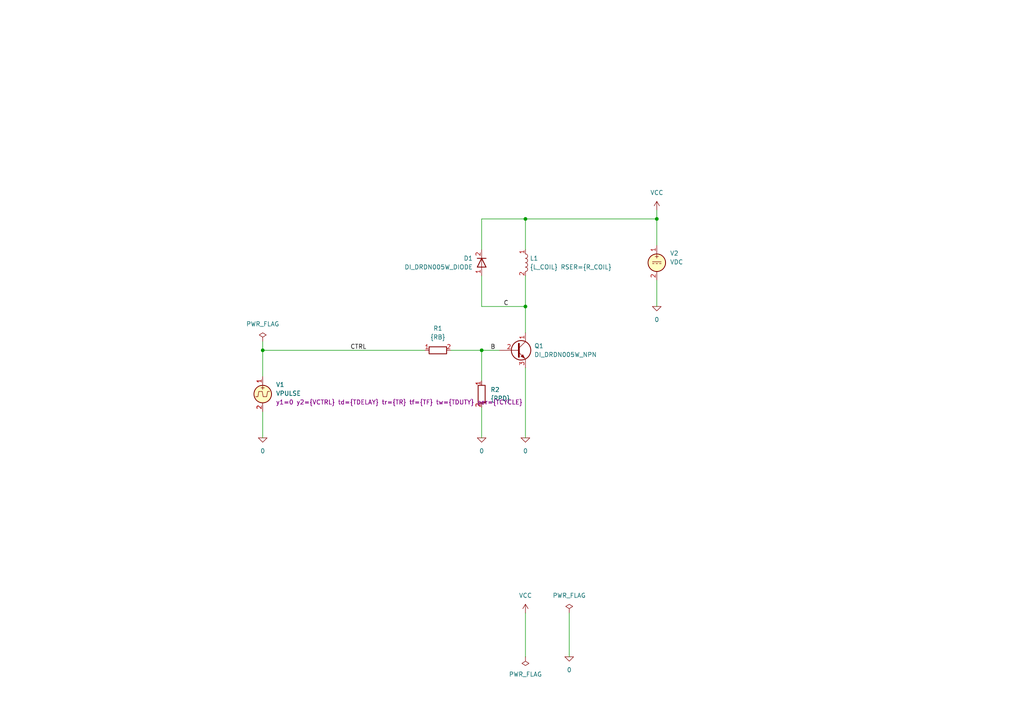
<source format=kicad_sch>
(kicad_sch (version 20211123) (generator eeschema)
  (paper "A4")
  (title_block (title "Complex array for relay drivers. NPN.") (date "2023-06-18") (rev "1") (company "astroelectronic@") (comment 1 "-") (comment 2 "-") (comment 3 "-") (comment 4 "AE01018005"))
  (lib_symbols
    (symbol "Device:L" (pin_names (offset 1.016) hide)
      (property "Reference" "L" (at -1.27 0 90))
      (property "Value" "L" (at 1.905 0 90))
      (symbol "L_0_1"
        (arc (start 0 -2.54) (mid 0.635 -1.905) (end 0 -1.27))
        (arc (start 0 -1.27) (mid 0.635 -0.635) (end 0 0))
        (arc (start 0 0) (mid 0.635 0.635) (end 0 1.27))
        (arc (start 0 1.27) (mid 0.635 1.905) (end 0 2.54))
      )
      (symbol "L_1_1"
        (pin passive line (at 0 3.81 270) (length 1.27) (name "1") (number "1"))
        (pin passive line (at 0 -3.81 90) (length 1.27) (name "2") (number "2"))
      )
    )
    (symbol "Device:Q_NPN_CBE" (pin_names (offset 0) hide)
      (property "Reference" "Q" (at 5.08 1.27 0))
      (property "Value" "Q_NPN_CBE" (at 5.08 -1.27 0))
      (symbol "Q_NPN_CBE_0_1"
        (polyline (pts (xy 0.635 0.635) (xy 2.54 2.54)))
        (polyline (pts (xy 0.635 -0.635) (xy 2.54 -2.54) (xy 2.54 -2.54)))
        (polyline (pts (xy 0.635 1.905) (xy 0.635 -1.905) (xy 0.635 -1.905)) (stroke (width 0.508)))
        (polyline (pts (xy 1.27 -1.778) (xy 1.778 -1.27) (xy 2.286 -2.286) (xy 1.27 -1.778) (xy 1.27 -1.778)) (fill (type outline)))
        (circle (center 1.27 0) (radius 2.8194) (stroke (width 0.254)))
      )
      (symbol "Q_NPN_CBE_1_1"
        (pin passive line (at 2.54 5.08 270) (length 2.54) (name "C") (number "1"))
        (pin input line (at -5.08 0 0) (length 5.715) (name "B") (number "2"))
        (pin passive line (at 2.54 -5.08 90) (length 2.54) (name "E") (number "3"))
      )
    )
    (symbol "Device:R" (pin_names (offset 0) hide)
      (property "Reference" "R" (at 2.032 0 90))
      (property "Value" "R" (at 0 0 90))
      (symbol "R_0_1"
        (rectangle (start -1.016 -2.54) (end 1.016 2.54) (stroke (width 0.254)))
      )
      (symbol "R_1_1"
        (pin passive line (at 0 3.81 270) (length 1.27) (name "~") (number "1"))
        (pin passive line (at 0 -3.81 90) (length 1.27) (name "~") (number "2"))
      )
    )
    (symbol "R_1" (pin_names (offset 0) hide)
      (property "Reference" "R" (at 2.032 0 90))
      (property "Value" "R_1" (at 0 0 90))
      (symbol "R_1_0_1"
        (rectangle (start -1.016 -2.54) (end 1.016 2.54) (stroke (width 0.254)))
      )
      (symbol "R_1_1_1"
        (pin passive line (at 0 3.81 270) (length 1.27) (name "~") (number "1"))
        (pin passive line (at 0 -3.81 90) (length 1.27) (name "~") (number "2"))
      )
    )
    (symbol "Simulation_SPICE:DIODE" (pin_names (offset 1.016) hide)
      (property "Reference" "D" (at 0 2.54 0))
      (property "Value" "DIODE" (at 0 -2.54 0))
      (symbol "DIODE_0_1"
        (polyline (pts (xy 1.27 0) (xy -1.27 0)))
        (polyline (pts (xy 1.27 1.27) (xy 1.27 -1.27)) (stroke (width 0.254)))
        (polyline (pts (xy -1.27 -1.27) (xy -1.27 1.27) (xy 1.27 0) (xy -1.27 -1.27)) (stroke (width 0.254)))
      )
      (symbol "DIODE_1_1"
        (pin passive line (at -3.81 0 0) (length 2.54) (name "A") (number "1"))
        (pin passive line (at 3.81 0 180) (length 2.54) (name "K") (number "2"))
      )
    )
    (symbol "Simulation_SPICE:VDC" (pin_names (offset 0.0254) hide)
      (property "Reference" "V" (at 2.54 2.54 0))
      (property "Value" "VDC" (at 2.54 0 0))
      (property "Spice_Model" "dc(1)" (at 2.54 -2.54 0))
      (symbol "VDC_0_0"
        (polyline (pts (xy -1.27 0.254) (xy 1.27 0.254)))
        (polyline (pts (xy -0.762 -0.254) (xy -1.27 -0.254)))
        (polyline (pts (xy 0.254 -0.254) (xy -0.254 -0.254)))
        (polyline (pts (xy 1.27 -0.254) (xy 0.762 -0.254)))
        (text "+" (at 0 1.905 0) (effects (font (size 1.27 1.27))))
      )
      (symbol "VDC_0_1"
        (circle (center 0 0) (radius 2.54) (stroke (width 0.254)) (fill (type background)))
      )
      (symbol "VDC_1_1"
        (pin passive line (at 0 5.08 270) (length 2.54) (name "~") (number "1"))
        (pin passive line (at 0 -5.08 90) (length 2.54) (name "~") (number "2"))
      )
    )
    (symbol "Simulation_SPICE:VPULSE" (pin_names (offset 0.0254) hide)
      (property "Reference" "V" (at 2.54 2.54 0))
      (property "Value" "VPULSE" (at 2.54 0 0))
      (property "Spice_Model" "pulse(0 1 2n 2n 2n 50n 100n)" (at 2.54 -2.54 0))
      (symbol "VPULSE_0_0"
        (polyline (pts (xy -2.032 -0.762) (xy -1.397 -0.762) (xy -1.143 0.762) (xy -0.127 0.762) (xy 0.127 -0.762) (xy 1.143 -0.762) (xy 1.397 0.762) (xy 2.032 0.762)))
        (text "+" (at 0 1.905 0) (effects (font (size 1.27 1.27))))
      )
      (symbol "VPULSE_0_1"
        (circle (center 0 0) (radius 2.54) (stroke (width 0.254)) (fill (type background)))
      )
      (symbol "VPULSE_1_1"
        (pin passive line (at 0 5.08 270) (length 2.54) (name "~") (number "1"))
        (pin passive line (at 0 -5.08 90) (length 2.54) (name "~") (number "2"))
      )
    )
    (symbol "power:PWR_FLAG" (power) (pin_numbers hide) (pin_names (offset 0) hide)
      (property "Value" "PWR_FLAG" (at 0 3.81 0))
      (symbol "PWR_FLAG_0_0"
        (pin power_out line (at 0 0 90) (length 0) (name "pwr") (number "1"))
      )
      (symbol "PWR_FLAG_0_1"
        (polyline (pts (xy 0 0) (xy 0 1.27) (xy -1.016 1.905) (xy 0 2.54) (xy 1.016 1.905) (xy 0 1.27)))
      )
    )
    (symbol "power:VCC" (power) (pin_names (offset 0))
      (property "Value" "VCC" (at 0 3.81 0))
      (symbol "VCC_0_1"
        (polyline (pts (xy -0.762 1.27) (xy 0 2.54)))
        (polyline (pts (xy 0 0) (xy 0 2.54)))
        (polyline (pts (xy 0 2.54) (xy 0.762 1.27)))
      )
      (symbol "VCC_1_1"
        (pin power_in line (at 0 0 90) (length 0) hide (name "VCC") (number "1"))
      )
    )
    (symbol "pspice:0" (power) (pin_names (offset 0))
      (property "Value" "0" (at 0 -1.778 0))
      (symbol "0_0_1"
        (polyline (pts (xy -1.27 0) (xy 0 -1.27) (xy 1.27 0) (xy -1.27 0)))
      )
      (symbol "0_1_1"
        (pin power_in line (at 0 0 0) (length 0) hide (name "0") (number "1"))
      )
    )
  )
  (junction (at 139.7 101.6))
  (junction (at 190.5 63.5))
  (junction (at 152.4 63.5))
  (junction (at 152.4 88.9))
  (junction (at 76.2 101.6))
  (wire (pts (xy 152.4 63.5) (xy 190.5 63.5)))
  (wire (pts (xy 139.7 88.9) (xy 152.4 88.9)))
  (wire (pts (xy 76.2 101.6) (xy 123.19 101.6)))
  (wire (pts (xy 152.4 63.5) (xy 152.4 72.39)))
  (wire (pts (xy 190.5 60.96) (xy 190.5 63.5)))
  (wire (pts (xy 139.7 118.11) (xy 139.7 127)))
  (wire (pts (xy 190.5 81.28) (xy 190.5 88.9)))
  (wire (pts (xy 139.7 72.39) (xy 139.7 63.5)))
  (wire (pts (xy 139.7 101.6) (xy 139.7 110.49)))
  (wire (pts (xy 139.7 63.5) (xy 152.4 63.5)))
  (wire (pts (xy 76.2 119.38) (xy 76.2 127)))
  (wire (pts (xy 165.1 177.8) (xy 165.1 190.5)))
  (wire (pts (xy 139.7 101.6) (xy 144.78 101.6)))
  (wire (pts (xy 76.2 109.22) (xy 76.2 101.6)))
  (wire (pts (xy 152.4 88.9) (xy 152.4 96.52)))
  (wire (pts (xy 152.4 80.01) (xy 152.4 88.9)))
  (wire (pts (xy 152.4 106.68) (xy 152.4 127)))
  (wire (pts (xy 76.2 99.06) (xy 76.2 101.6)))
  (wire (pts (xy 139.7 80.01) (xy 139.7 88.9)))
  (wire (pts (xy 190.5 63.5) (xy 190.5 71.12)))
  (wire (pts (xy 130.81 101.6) (xy 139.7 101.6)))
  (wire (pts (xy 152.4 177.8) (xy 152.4 190.5)))
  (label "CTRL" (at 101.6 101.6 0))
  (label "C" (at 146.05 88.9 0))
  (label "B" (at 142.24 101.6 0))
  (symbol (lib_id "Device:R") (at 139.7 114.3 0) (unit 1)
    (property "Reference" "R2" (at 142.24 113.0299 0) (effects (justify left)))
    (property "Value" "{RPD}" (at 142.24 115.5699 0) (effects (justify left)))
  )
  (symbol (lib_id "power:VCC") (at 190.5 60.96 0) (unit 1)
    (property "Reference" "#PWR02" (effects hide))
    (property "Value" "VCC" (at 190.5 55.88 0))
  )
  (symbol (lib_id "pspice:0") (at 165.1 190.5 0) (unit 1)
    (property "Reference" "#GND05" (effects hide))
    (property "Value" "0" (at 165.1 194.31 0))
  )
  (symbol (lib_id "Device:Q_NPN_CBE") (at 149.86 101.6 0) (unit 1)
    (property "Reference" "Q1" (at 154.94 100.3299 0) (effects (justify left)))
    (property "Value" "DI_DRDN005W_NPN" (at 154.94 102.8699 0) (effects (justify left)))
    (property "Spice_Primitive" "Q" (effects hide))
    (property "Spice_Model" "DI_DRDN005W_NPN" (effects hide))
    (property "Spice_Netlist_Enabled" "Y" (effects hide))
    (property "Spice_Lib_File" "models/DRDN005W.spice.txt" (effects hide))
  )
  (symbol (lib_id "power:PWR_FLAG") (at 165.1 177.8 0) (unit 1)
    (property "Reference" "#FLG03" (effects hide))
    (property "Value" "PWR_FLAG" (at 165.1 172.72 0))
  )
  (symbol (lib_id "pspice:0") (at 190.5 88.9 0) (unit 1)
    (property "Reference" "#GND02" (effects hide))
    (property "Value" "0" (at 190.5 92.71 0))
  )
  (symbol (lib_id "pspice:0") (at 139.7 127 0) (unit 1)
    (property "Reference" "#GND03" (effects hide))
    (property "Value" "0" (at 139.7 130.81 0))
  )
  (symbol (lib_id "power:PWR_FLAG") (at 76.2 99.06 0) (unit 1)
    (property "Reference" "#FLG01" (effects hide))
    (property "Value" "PWR_FLAG" (at 76.2 93.98 0))
  )
  (symbol (lib_id "power:VCC") (at 152.4 177.8 0) (unit 1)
    (property "Reference" "#PWR03" (effects hide))
    (property "Value" "VCC" (at 152.4 172.72 0))
  )
  (symbol (lib_id "Simulation_SPICE:VPULSE") (at 76.2 114.3 0) (unit 1)
    (property "Reference" "V1" (at 80.01 111.5701 0) (effects (justify left)))
    (property "Value" "VPULSE" (at 80.01 114.1101 0) (effects (justify left)))
    (property "Spice_Netlist_Enabled" "Y" (effects hide))
    (property "Spice_Primitive" "V" (effects hide))
    (property "Spice_Model" "PULSE(0 {VCTRL} {TDELAY} {TR} {TF} {TDUTY} {TCYCLE})" (at 80.01 116.6501 0) (effects (justify left)))
  )
  (symbol (lib_id "pspice:0") (at 76.2 127 0) (unit 1)
    (property "Reference" "#GND01" (effects hide))
    (property "Value" "0" (at 76.2 130.81 0))
  )
  (symbol (lib_id "Device:L") (at 152.4 76.2 0) (unit 1)
    (property "Reference" "L1" (at 153.67 74.9299 0) (effects (justify left)))
    (property "Value" "{L_COIL} RSER={R_COIL}" (at 153.67 77.4699 0) (effects (justify left)))
  )
  (symbol (lib_id "power:PWR_FLAG") (at 152.4 190.5 180) (unit 1)
    (property "Reference" "#FLG02" (effects hide))
    (property "Value" "PWR_FLAG" (at 152.4 195.58 0))
  )
  (symbol (lib_name "R_1") (lib_id "Device:R") (at 127 101.6 90) (unit 1)
    (property "Reference" "R1" (at 127 95.25 90))
    (property "Value" "{RB}" (at 127 97.79 90))
  )
  (symbol (lib_id "pspice:0") (at 152.4 127 0) (unit 1)
    (property "Reference" "#GND04" (effects hide))
    (property "Value" "0" (at 152.4 130.81 0))
  )
  (symbol (lib_id "Simulation_SPICE:DIODE") (at 139.7 76.2 90) (unit 1)
    (property "Reference" "D1" (at 137.16 74.9299 90) (effects (justify left)))
    (property "Value" "DI_DRDN005W_DIODE" (at 137.16 77.4699 90) (effects (justify left)))
    (property "Spice_Netlist_Enabled" "Y" (effects hide))
    (property "Spice_Primitive" "D" (effects hide))
    (property "Spice_Model" "DI_DRDN005W_DIODE" (effects hide))
    (property "Spice_Lib_File" "models/DRDN005W.spice.txt" (effects hide))
  )
  (symbol (lib_id "Simulation_SPICE:VDC") (at 190.5 76.2 0) (unit 1)
    (property "Reference" "V2" (at 194.31 73.4701 0) (effects (justify left)))
    (property "Value" "VDC" (at 194.31 76.0101 0) (effects (justify left)))
    (property "Spice_Netlist_Enabled" "Y" (effects hide))
    (property "Spice_Primitive" "V" (effects hide))
    (property "Spice_Model" "{VSOURCE} rser=50" (at 194.31 78.5501 0) (effects (justify left)))
  )
)
</source>
